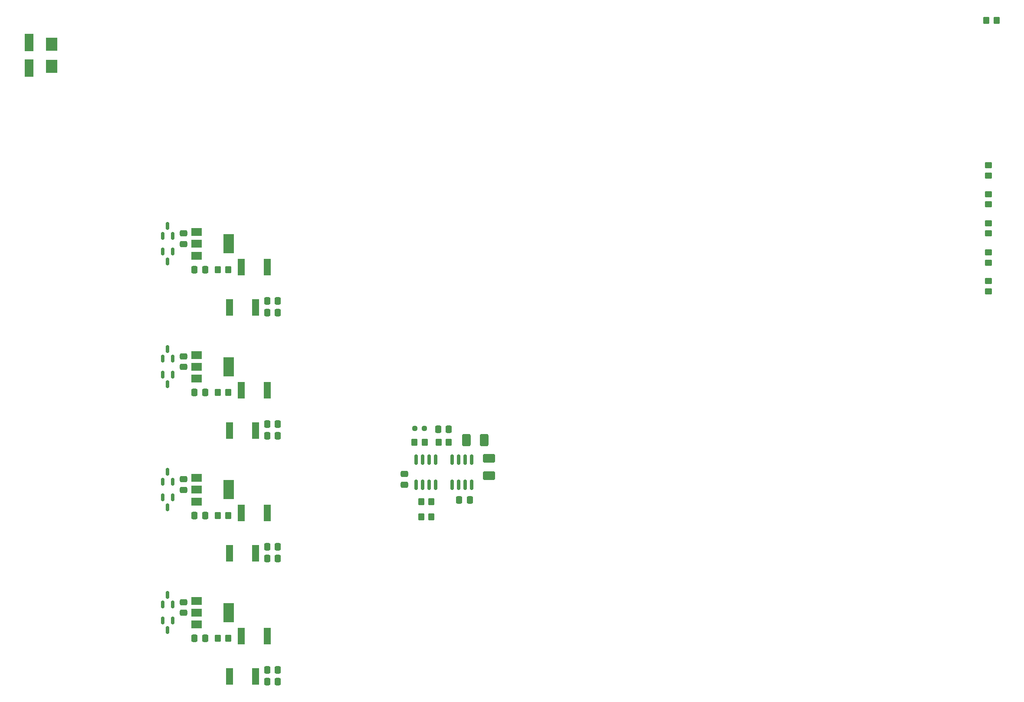
<source format=gbp>
G04 #@! TF.GenerationSoftware,KiCad,Pcbnew,(6.0.11)*
G04 #@! TF.CreationDate,2023-05-29T14:07:06-03:00*
G04 #@! TF.ProjectId,qds-cv,7164732d-6376-42e6-9b69-6361645f7063,rev?*
G04 #@! TF.SameCoordinates,Original*
G04 #@! TF.FileFunction,Paste,Bot*
G04 #@! TF.FilePolarity,Positive*
%FSLAX46Y46*%
G04 Gerber Fmt 4.6, Leading zero omitted, Abs format (unit mm)*
G04 Created by KiCad (PCBNEW (6.0.11)) date 2023-05-29 14:07:06*
%MOMM*%
%LPD*%
G01*
G04 APERTURE LIST*
G04 Aperture macros list*
%AMRoundRect*
0 Rectangle with rounded corners*
0 $1 Rounding radius*
0 $2 $3 $4 $5 $6 $7 $8 $9 X,Y pos of 4 corners*
0 Add a 4 corners polygon primitive as box body*
4,1,4,$2,$3,$4,$5,$6,$7,$8,$9,$2,$3,0*
0 Add four circle primitives for the rounded corners*
1,1,$1+$1,$2,$3*
1,1,$1+$1,$4,$5*
1,1,$1+$1,$6,$7*
1,1,$1+$1,$8,$9*
0 Add four rect primitives between the rounded corners*
20,1,$1+$1,$2,$3,$4,$5,0*
20,1,$1+$1,$4,$5,$6,$7,0*
20,1,$1+$1,$6,$7,$8,$9,0*
20,1,$1+$1,$8,$9,$2,$3,0*%
G04 Aperture macros list end*
%ADD10RoundRect,0.250000X-0.350000X-0.450000X0.350000X-0.450000X0.350000X0.450000X-0.350000X0.450000X0*%
%ADD11RoundRect,0.250000X-0.337500X-0.475000X0.337500X-0.475000X0.337500X0.475000X-0.337500X0.475000X0*%
%ADD12RoundRect,0.250000X0.450000X-0.350000X0.450000X0.350000X-0.450000X0.350000X-0.450000X-0.350000X0*%
%ADD13RoundRect,0.250000X0.337500X0.475000X-0.337500X0.475000X-0.337500X-0.475000X0.337500X-0.475000X0*%
%ADD14RoundRect,0.250000X0.475000X-0.337500X0.475000X0.337500X-0.475000X0.337500X-0.475000X-0.337500X0*%
%ADD15R,1.400000X3.200000*%
%ADD16RoundRect,0.250000X0.350000X0.450000X-0.350000X0.450000X-0.350000X-0.450000X0.350000X-0.450000X0*%
%ADD17RoundRect,0.275001X0.549999X0.924999X-0.549999X0.924999X-0.549999X-0.924999X0.549999X-0.924999X0*%
%ADD18RoundRect,0.150000X0.150000X-0.587500X0.150000X0.587500X-0.150000X0.587500X-0.150000X-0.587500X0*%
%ADD19RoundRect,0.150000X-0.150000X0.587500X-0.150000X-0.587500X0.150000X-0.587500X0.150000X0.587500X0*%
%ADD20RoundRect,0.250000X-0.450000X0.350000X-0.450000X-0.350000X0.450000X-0.350000X0.450000X0.350000X0*%
%ADD21R,2.000000X1.500000*%
%ADD22R,2.000000X3.800000*%
%ADD23RoundRect,0.250000X-0.475000X0.337500X-0.475000X-0.337500X0.475000X-0.337500X0.475000X0.337500X0*%
%ADD24R,2.300000X2.500000*%
%ADD25RoundRect,0.150000X-0.150000X0.825000X-0.150000X-0.825000X0.150000X-0.825000X0.150000X0.825000X0*%
%ADD26RoundRect,0.275001X-0.924999X0.549999X-0.924999X-0.549999X0.924999X-0.549999X0.924999X0.549999X0*%
%ADD27R,1.800000X3.500000*%
%ADD28RoundRect,0.150000X0.150000X-0.825000X0.150000X0.825000X-0.150000X0.825000X-0.150000X-0.825000X0*%
%ADD29RoundRect,0.237500X-0.250000X-0.237500X0.250000X-0.237500X0.250000X0.237500X-0.250000X0.237500X0*%
G04 APERTURE END LIST*
D10*
X160790000Y-112361000D03*
X162790000Y-112361000D03*
D11*
X170412500Y-192786000D03*
X172487500Y-192786000D03*
D12*
X311150000Y-110982000D03*
X311150000Y-108982000D03*
D11*
X207877500Y-157353000D03*
X209952500Y-157353000D03*
D13*
X158337500Y-112361000D03*
X156262500Y-112361000D03*
D14*
X197173600Y-154326500D03*
X197173600Y-152251500D03*
D15*
X170444000Y-111887000D03*
X165344000Y-111887000D03*
D11*
X170412500Y-120777000D03*
X172487500Y-120777000D03*
D16*
X201152000Y-146050000D03*
X199152000Y-146050000D03*
D10*
X160790000Y-160367000D03*
X162790000Y-160367000D03*
D15*
X170444000Y-159893000D03*
X165344000Y-159893000D03*
D10*
X160790000Y-136364000D03*
X162790000Y-136364000D03*
D17*
X212799000Y-145669000D03*
X209349000Y-145669000D03*
D13*
X158337500Y-184370000D03*
X156262500Y-184370000D03*
D15*
X170444000Y-135890000D03*
X165344000Y-135890000D03*
D11*
X203797500Y-143510000D03*
X205872500Y-143510000D03*
D18*
X151950000Y-177737500D03*
X150050000Y-177737500D03*
X151000000Y-175862500D03*
X151950000Y-153734500D03*
X150050000Y-153734500D03*
X151000000Y-151859500D03*
D19*
X150050000Y-108841300D03*
X151950000Y-108841300D03*
X151000000Y-110716300D03*
D10*
X310750000Y-63650000D03*
X312750000Y-63650000D03*
D20*
X311150000Y-97615500D03*
X311150000Y-99615500D03*
D21*
X156616000Y-133618000D03*
D22*
X162916000Y-131318000D03*
D21*
X156616000Y-131318000D03*
X156616000Y-129018000D03*
D13*
X158337500Y-160367000D03*
X156262500Y-160367000D03*
D16*
X202491600Y-157692600D03*
X200491600Y-157692600D03*
D23*
X154101800Y-177270500D03*
X154101800Y-179345500D03*
D16*
X205851000Y-146050000D03*
X203851000Y-146050000D03*
D23*
X154101800Y-129264500D03*
X154101800Y-131339500D03*
D19*
X150050000Y-180850300D03*
X151950000Y-180850300D03*
X151000000Y-182725300D03*
X150050000Y-132844300D03*
X151950000Y-132844300D03*
X151000000Y-134719300D03*
D24*
X128397000Y-72635000D03*
X128397000Y-68335000D03*
D13*
X158337500Y-136364000D03*
X156262500Y-136364000D03*
D10*
X200491600Y-160613600D03*
X202491600Y-160613600D03*
D11*
X170412500Y-166497000D03*
X172487500Y-166497000D03*
D10*
X160790000Y-184370000D03*
X162790000Y-184370000D03*
D15*
X170444000Y-183896000D03*
X165344000Y-183896000D03*
D25*
X199501000Y-149417000D03*
X200771000Y-149417000D03*
X202041000Y-149417000D03*
X203311000Y-149417000D03*
X203311000Y-154367000D03*
X202041000Y-154367000D03*
X200771000Y-154367000D03*
X199501000Y-154367000D03*
D11*
X170412500Y-118491000D03*
X172487500Y-118491000D03*
X170412500Y-144780000D03*
X172487500Y-144780000D03*
D23*
X154101800Y-153267500D03*
X154101800Y-155342500D03*
D11*
X170412500Y-168783000D03*
X172487500Y-168783000D03*
D19*
X150050000Y-156847300D03*
X151950000Y-156847300D03*
X151000000Y-158722300D03*
D21*
X156616000Y-181624000D03*
X156616000Y-179324000D03*
D22*
X162916000Y-179324000D03*
D21*
X156616000Y-177024000D03*
D20*
X311150000Y-103267000D03*
X311150000Y-105267000D03*
D21*
X156616000Y-157621000D03*
X156616000Y-155321000D03*
D22*
X162916000Y-155321000D03*
D21*
X156616000Y-153021000D03*
D15*
X168158000Y-143764000D03*
X163058000Y-143764000D03*
D26*
X213741000Y-149151000D03*
X213741000Y-152601000D03*
D12*
X311150000Y-116570000D03*
X311150000Y-114570000D03*
D23*
X154101800Y-105261500D03*
X154101800Y-107336500D03*
D27*
X123952000Y-72985000D03*
X123952000Y-67985000D03*
D11*
X170412500Y-142494000D03*
X172487500Y-142494000D03*
D28*
X210312000Y-154367000D03*
X209042000Y-154367000D03*
X207772000Y-154367000D03*
X206502000Y-154367000D03*
X206502000Y-149417000D03*
X207772000Y-149417000D03*
X209042000Y-149417000D03*
X210312000Y-149417000D03*
D15*
X168158000Y-119761000D03*
X163058000Y-119761000D03*
D18*
X151950000Y-105728500D03*
X150050000Y-105728500D03*
X151000000Y-103853500D03*
D15*
X168158000Y-191770000D03*
X163058000Y-191770000D03*
X168158000Y-167767000D03*
X163058000Y-167767000D03*
D18*
X151950000Y-129731500D03*
X150050000Y-129731500D03*
X151000000Y-127856500D03*
D20*
X311150000Y-91964000D03*
X311150000Y-93964000D03*
D29*
X199239500Y-143383000D03*
X201064500Y-143383000D03*
D21*
X156616000Y-109615000D03*
D22*
X162916000Y-107315000D03*
D21*
X156616000Y-107315000D03*
X156616000Y-105015000D03*
D11*
X170412500Y-190500000D03*
X172487500Y-190500000D03*
M02*

</source>
